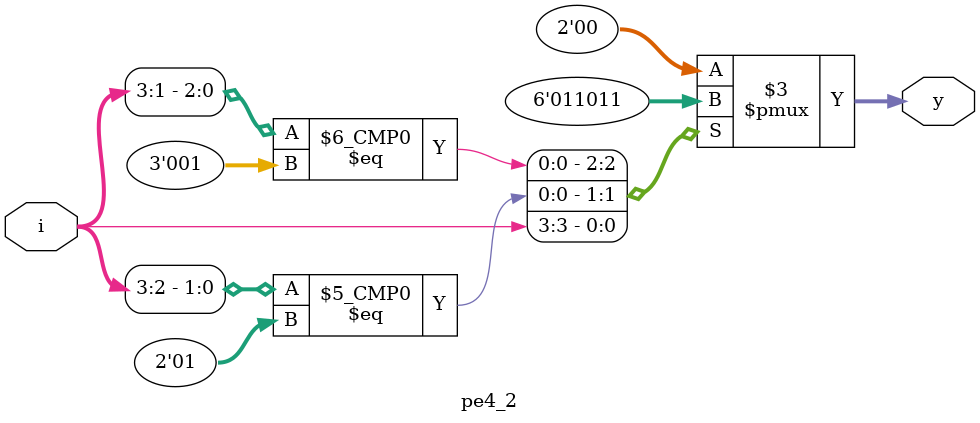
<source format=v>
module pe4_2(i,y);
input [3:0]i;
output reg [1:0]y;
  always@(*)
    begin
    casez(i)
      4'b0001:y=2'b00;
      4'b001?:y=2'b01;
      4'b01??:y=2'b10;
      4'b1???:y=2'b11;
      default:y=2'b00;
    endcase
    end
endmodule
</source>
